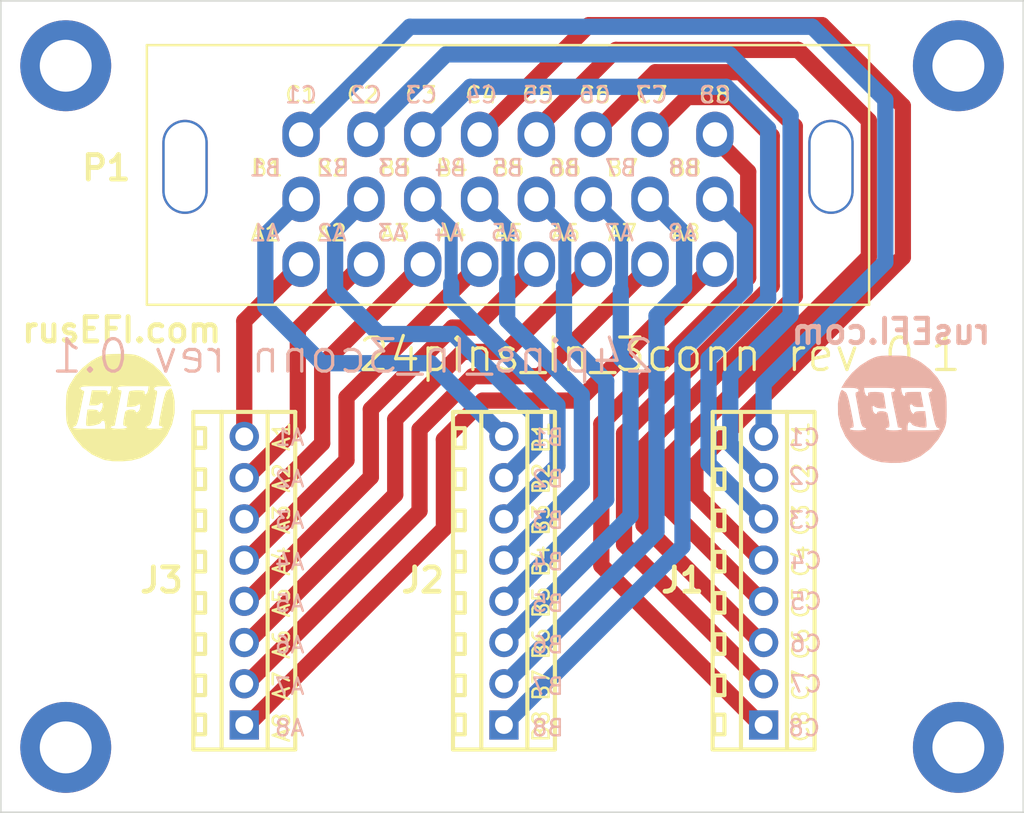
<source format=kicad_pcb>
(kicad_pcb (version 20211014) (generator pcbnew)
  (layers (0 "F.Cu" signal) (31 "B.Cu" signal) (34 "B.Paste" user) (35 "F.Paste" user) (36 "B.SilkS" user "B.Silkscreen") (37 "F.SilkS" user "F.Silkscreen") (38 "B.Mask" user) (39 "F.Mask" user) (44 "Edge.Cuts" user))
  (net 0 "")
  (net 1 "Net-(J2-Pad1)")
  (net 2 "Net-(J2-Pad2)")
  (net 3 "Net-(J2-Pad3)")
  (net 4 "Net-(J2-Pad4)")
  (net 5 "Net-(J1-Pad8)")
  (net 6 "Net-(J1-Pad7)")
  (net 7 "Net-(J1-Pad6)")
  (net 8 "Net-(J1-Pad5)")
  (net 9 "Net-(J1-Pad4)")
  (net 10 "Net-(J1-Pad3)")
  (net 11 "Net-(J1-Pad2)")
  (net 12 "Net-(J1-Pad1)")
  (net 13 "Net-(J2-Pad8)")
  (net 14 "Net-(J2-Pad7)")
  (net 15 "Net-(J2-Pad6)")
  (net 16 "Net-(J2-Pad5)")
  (net 17 "Net-(J3-Pad8)")
  (net 18 "Net-(J3-Pad7)")
  (net 19 "Net-(J3-Pad6)")
  (net 20 "Net-(J3-Pad5)")
  (net 21 "Net-(J3-Pad4)")
  (net 22 "Net-(J3-Pad3)")
  (net 23 "Net-(J3-Pad2)")
  (net 24 "Net-(J3-Pad1)")
  (footprint "MountingHole:MountingHole_3.2mm_M3_DIN965_Pad" (layer "F.Cu") (at 119 94 180)
    (fp_text reference "H4" hide)
    (fp_text value "MountingHole" hide)
    (pad "1" thru_hole circle locked (at 0 0 180) (size 5.6 5.6) (drill 3.2) (layers *.Cu *.Mask))
  )
  (footprint "rusefi_common:LOGO" (layer "F.Cu") (at 67.36 115.1)
    (fp_text reference "G?" hide)
    (fp_text value "LOGO" hide)
    (fp_text user "rusEFI.com" (at 0.09 -4.82) (layer "F.SilkS") (effects (font (size 1.5 1.5) (thickness 0.3))))
  )
  (footprint "Connectors:DB125-2.54-8P-GN-S" (layer "F.Cu") (at 107 125.73 90)
    (fp_text reference "J1" (at 0.03 -5 unlocked) (layer "F.SilkS") (effects (font (size 1.5 1.5) (thickness 0.3))))
    (fp_text value "DB125-2.54-8P-GN-S")
    (pad "1" thru_hole rect (at -8.89 0 90) (size 1.799996 1.799996) (drill 1.100023) (layers *.Cu *.Mask) (net 12 "Net-(J1-Pad1)"))
    (pad "2" thru_hole circle (at -6.35 0 90) (size 1.799996 1.799996) (drill 1.100023) (layers *.Cu *.Mask) (net 11 "Net-(J1-Pad2)"))
    (pad "3" thru_hole circle (at -3.81 0 90) (size 1.799996 1.799996) (drill 1.100023) (layers *.Cu *.Mask) (net 10 "Net-(J1-Pad3)"))
    (pad "4" thru_hole circle (at -1.27 0 90) (size 1.799996 1.799996) (drill 1.100023) (layers *.Cu *.Mask) (net 9 "Net-(J1-Pad4)"))
    (pad "5" thru_hole circle (at 1.27 0 90) (size 1.799996 1.799996) (drill 1.100023) (layers *.Cu *.Mask) (net 8 "Net-(J1-Pad5)"))
    (pad "6" thru_hole circle (at 3.81 0 90) (size 1.799996 1.799996) (drill 1.100023) (layers *.Cu *.Mask) (net 7 "Net-(J1-Pad6)"))
    (pad "7" thru_hole circle (at 6.35 0 90) (size 1.799996 1.799996) (drill 1.100023) (layers *.Cu *.Mask) (net 6 "Net-(J1-Pad7)"))
    (pad "8" thru_hole circle (at 8.89 0 90) (size 1.799996 1.799996) (drill 1.100023) (layers *.Cu *.Mask) (net 5 "Net-(J1-Pad8)"))
  )
  (footprint "alphax-2ch:33311-24AW-2" (layer "F.Cu") (at 78.5 106.231)
    (fp_text reference "P1" (at -12 -5.931 unlocked) (layer "F.SilkS") (effects (font (size 1.5 1.5) (thickness 0.3))))
    (fp_text value "33311-24AW-2" hide)
    (fp_text user "C4" (at 11.1 -10.431 unlocked) (layer "B.SilkS") (effects (justify mirror)))
    (fp_text user "B6" (at 16.2 -5.931 unlocked) (layer "B.SilkS") (effects (justify mirror)))
    (fp_text user "A2" (at 1.9 -1.931 unlocked) (layer "B.SilkS") (effects (justify mirror)))
    (fp_text user "A7" (at 19.6 -1.931 unlocked) (layer "B.SilkS") (effects (justify mirror)))
    (fp_text user "C2" (at 4 -10.431 unlocked) (layer "B.SilkS") (effects (justify mirror)))
    (fp_text user "A5" (at 12.6 -1.931 unlocked) (layer "B.SilkS") (effects (justify mirror)))
    (fp_text user "B5" (at 12.7 -5.931 unlocked) (layer "B.SilkS") (effects (justify mirror)))
    (fp_text user "B4" (at 9.2 -5.931 unlocked) (layer "B.SilkS") (effects (justify mirror)))
    (fp_text user "C5" (at 14.6 -10.431 unlocked) (layer "B.SilkS") (effects (justify mirror)))
    (fp_text user "A6" (at 16.1 -1.931 unlocked) (layer "B.SilkS") (effects (justify mirror)))
    (fp_text user "B8" (at 23.6 -5.931 unlocked) (layer "B.SilkS") (effects (justify mirror)))
    (fp_text user "C7" (at 21.6 -10.431 unlocked) (layer "B.SilkS") (effects (justify mirror)))
    (fp_text user "C1" (at 0 -10.431 unlocked) (layer "B.SilkS") (effects (justify mirror)))
    (fp_text user "B7" (at 19.7 -5.931 unlocked) (layer "B.SilkS") (effects (justify mirror)))
    (fp_text user "C8" (at 25.5 -10.431 unlocked) (layer "B.SilkS") (effects (justify mirror)))
    (fp_text user "A1" (at -2.2 -1.931 unlocked) (layer "B.SilkS") (effects (justify mirror)))
    (fp_text user "B3" (at 5.7 -5.931 unlocked) (layer "B.SilkS") (effects (justify mirror)))
    (fp_text user "A3" (at 5.6 -1.931 unlocked) (layer "B.SilkS") (effects (justify mirror)))
    (fp_text user "C3" (at 7.4 -10.431 unlocked) (layer "B.SilkS") (effects (justify mirror)))
    (fp_text user "B2" (at 2 -5.931 unlocked) (layer "B.SilkS") (effects (justify mirror)))
    (fp_text user "A8" (at 23.5 -1.931 unlocked) (layer "B.SilkS") (effects (justify mirror)))
    (fp_text user "A4" (at 9.1 -1.931 unlocked) (layer "B.SilkS") (effects (justify mirror)))
    (fp_text user "B1" (at -2.2 -5.931 unlocked) (layer "B.SilkS") (effects (justify mirror)))
    (fp_text user "C6" (at 18.1 -10.431 unlocked) (layer "B.SilkS") (effects (justify mirror)))
    (fp_text user "B5" (at 12.8 -5.931 unlocked) (layer "F.SilkS"))
    (fp_text user "A3" (at 5.8 -1.931 unlocked) (layer "F.SilkS"))
    (fp_text user "C2" (at 3.8 -10.431 unlocked) (layer "F.SilkS"))
    (fp_text user "B8" (at 23.7 -5.931 unlocked) (layer "F.SilkS"))
    (fp_text user "A8" (at 23.7 -1.931 unlocked) (layer "F.SilkS"))
    (fp_text user "A6" (at 16.3 -1.931 unlocked) (layer "F.SilkS"))
    (fp_text user "A5" (at 12.8 -1.931 unlocked) (layer "F.SilkS"))
    (fp_text user "A7" (at 19.8 -1.931 unlocked) (layer "F.SilkS"))
    (fp_text user "C5" (at 14.6 -10.431 unlocked) (layer "F.SilkS"))
    (fp_text user "C4" (at 11.1 -10.431 unlocked) (layer "F.SilkS"))
    (fp_text user "B1" (at -2.1 -5.931 unlocked) (layer "F.SilkS"))
    (fp_text user "A4" (at 9.3 -1.931 unlocked) (layer "F.SilkS"))
    (fp_text user "C3" (at 7.4 -10.431 unlocked) (layer "F.SilkS"))
    (fp_text user "A1" (at -2.2 -1.931 unlocked) (layer "F.SilkS"))
    (fp_text user "B2" (at 1.9 -5.931 unlocked) (layer "F.SilkS"))
    (fp_text user "A2" (at 1.9 -1.931 unlocked) (layer "F.SilkS"))
    (fp_text user "B6" (at 16.3 -5.931 unlocked) (layer "F.SilkS"))
    (fp_text user "C7" (at 21.6 -10.431 unlocked) (layer "F.SilkS"))
    (fp_text user "B3" (at 5.8 -5.931 unlocked) (layer "F.SilkS"))
    (fp_text user "C6" (at 18.1 -10.431 unlocked) (layer "F.SilkS"))
    (fp_text user "C8" (at 25.5 -10.431 unlocked) (layer "F.SilkS"))
    (fp_text user "C1" (at 0 -10.431 unlocked) (layer "F.SilkS"))
    (fp_text user "B7" (at 19.8 -5.931 unlocked) (layer "F.SilkS"))
    (fp_text user "B4" (at 9.3 -5.931 unlocked) (layer "F.SilkS"))
    (pad "" thru_hole oval locked (at 32.65 -6 270) (size 5.8 2.8) (drill oval 5.5 2.5) (layers *.Cu *.Mask))
    (pad "" thru_hole oval locked (at -7.15 -6 270) (size 5.8 2.8) (drill oval 5.5 2.5) (layers *.Cu *.Mask))
    (pad "1" thru_hole oval locked (at 0 0 270) (size 2.8 2.3) (drill 1.5) (layers *.Cu *.Mask) (net 17 "Net-(J3-Pad8)"))
    (pad "2" thru_hole oval locked (at 4 0 270) (size 2.8 2.3) (drill 1.5) (layers *.Cu *.Mask) (net 18 "Net-(J3-Pad7)"))
    (pad "3" thru_hole oval locked (at 7.5 0 270) (size 2.8 2.3) (drill 1.5) (layers *.Cu *.Mask) (net 19 "Net-(J3-Pad6)"))
    (pad "4" thru_hole oval locked (at 11 0 270) (size 2.8 2.3) (drill 1.5) (layers *.Cu *.Mask) (net 20 "Net-(J3-Pad5)"))
    (pad "5" thru_hole oval locked (at 14.5 0 270) (size 2.8 2.3) (drill 1.5) (layers *.Cu *.Mask) (net 21 "Net-(J3-Pad4)"))
    (pad "6" thru_hole oval locked (at 18 0 270) (size 2.8 2.3) (drill 1.5) (layers *.Cu *.Mask) (net 22 "Net-(J3-Pad3)"))
    (pad "7" thru_hole oval locked (at 21.5 0 270) (size 2.8 2.3) (drill 1.5) (layers *.Cu *.Mask) (net 23 "Net-(J3-Pad2)"))
    (pad "8" thru_hole oval locked (at 25.5 0 270) (size 2.8 2.3) (drill 1.5) (layers *.Cu *.Mask) (net 24 "Net-(J3-Pad1)"))
    (pad "9" thru_hole oval locked (at 0 -4 270) (size 2.8 2.3) (drill 1.5) (layers *.Cu *.Mask) (net 13 "Net-(J2-Pad8)"))
    (pad "10" thru_hole oval locked (at 4 -4 270) (size 2.8 2.3) (drill 1.5) (layers *.Cu *.Mask) (net 14 "Net-(J2-Pad7)"))
    (pad "11" thru_hole oval locked (at 7.5 -4 270) (size 2.8 2.3) (drill 1.5) (layers *.Cu *.Mask) (net 15 "Net-(J2-Pad6)"))
    (pad "12" thru_hole oval locked (at 11 -4 270) (size 2.8 2.3) (drill 1.5) (layers *.Cu *.Mask) (net 16 "Net-(J2-Pad5)"))
    (pad "13" thru_hole oval locked (at 14.5 -4 270) (size 2.8 2.3) (drill 1.5) (layers *.Cu *.Mask) (net 4 "Net-(J2-Pad4)"))
    (pad "14" thru_hole oval locked (at 18 -4 270) (size 2.8 2.3) (drill 1.5) (layers *.Cu *.Mask) (net 3 "Net-(J2-Pad3)"))
    (pad "15" thru_hole oval locked (at 21.5 -4 270) (size 2.8 2.3) (drill 1.5) (layers *.Cu *.Mask) (net 2 "Net-(J2-Pad2)"))
    (pad "16" thru_hole oval locked (at 25.5 -4 270) (size 2.8 2.3) (drill 1.5) (layers *.Cu *.Mask) (net 1 "Net-(J2-Pad1)"))
    (pad "17" thru_hole oval locked (at 0 -8 270) (size 2.8 2.3) (drill 1.5) (layers *.Cu *.Mask) (net 5 "Net-(J1-Pad8)"))
    (pad "18" thru_hole oval locked (at 4 -8 270) (size 2.8 2.3) (drill 1.5) (layers *.Cu *.Mask) (net 6 "Net-(J1-Pad7)"))
    (pad "19" thru_hole oval locked (at 7.5 -8 270) (size 2.8 2.3) (drill 1.5) (layers *.Cu *.Mask) (net 7 "Net-(J1-Pad6)"))
    (pad "20" thru_hole oval locked (at 11 -8 270) (size 2.8 2.3) (drill 1.5) (layers *.Cu *.Mask) (net 8 "Net-(J1-Pad5)"))
    (pad "21" thru_hole oval locked (at 14.5 -8 270) (size 2.8 2.3) (drill 1.5) (layers *.Cu *.Mask) (net 9 "Net-(J1-Pad4)"))
    (pad "22" thru_hole oval locked (at 18 -8 270) (size 2.8 2.3) (drill 1.5) (layers *.Cu *.Mask) (net 10 "Net-(J1-Pad3)"))
    (pad "23" thru_hole oval locked (at 21.5 -8 270) (size 2.8 2.3) (drill 1.5) (layers *.Cu *.Mask) (net 11 "Net-(J1-Pad2)"))
    (pad "24" thru_hole oval locked (at 25.5 -8 270) (size 2.8 2.3) (drill 1.5) (layers *.Cu *.Mask) (net 12 "Net-(J1-Pad1)"))
  )
  (footprint "Connectors:DB125-2.54-8P-GN-S" (layer "F.Cu") (at 91 125.73 90)
    (fp_text reference "J2" (at 0.03 -5 unlocked) (layer "F.SilkS") (effects (font (size 1.5 1.5) (thickness 0.3))))
    (fp_text value "DB125-2.54-8P-GN-S")
    (pad "1" thru_hole rect (at -8.89 0 90) (size 1.799996 1.799996) (drill 1.100023) (layers *.Cu *.Mask) (net 1 "Net-(J2-Pad1)"))
    (pad "2" thru_hole circle (at -6.35 0 90) (size 1.799996 1.799996) (drill 1.100023) (layers *.Cu *.Mask) (net 2 "Net-(J2-Pad2)"))
    (pad "3" thru_hole circle (at -3.81 0 90) (size 1.799996 1.799996) (drill 1.100023) (layers *.Cu *.Mask) (net 3 "Net-(J2-Pad3)"))
    (pad "4" thru_hole circle (at -1.27 0 90) (size 1.799996 1.799996) (drill 1.100023) (layers *.Cu *.Mask) (net 4 "Net-(J2-Pad4)"))
    (pad "5" thru_hole circle (at 1.27 0 90) (size 1.799996 1.799996) (drill 1.100023) (layers *.Cu *.Mask) (net 16 "Net-(J2-Pad5)"))
    (pad "6" thru_hole circle (at 3.81 0 90) (size 1.799996 1.799996) (drill 1.100023) (layers *.Cu *.Mask) (net 15 "Net-(J2-Pad6)"))
    (pad "7" thru_hole circle (at 6.35 0 90) (size 1.799996 1.799996) (drill 1.100023) (layers *.Cu *.Mask) (net 14 "Net-(J2-Pad7)"))
    (pad "8" thru_hole circle (at 8.89 0 90) (size 1.799996 1.799996) (drill 1.100023) (layers *.Cu *.Mask) (net 13 "Net-(J2-Pad8)"))
  )
  (footprint "MountingHole:MountingHole_3.2mm_M3_DIN965_Pad" (layer "F.Cu") (at 64 136 180)
    (fp_text reference "H1" hide)
    (fp_text value "MountingHole" hide)
    (pad "1" thru_hole circle locked (at 0 0 180) (size 5.6 5.6) (drill 3.2) (layers *.Cu *.Mask))
  )
  (footprint "Connectors:DB125-2.54-8P-GN-S" (layer "F.Cu") (at 75 125.73 90)
    (fp_text reference "J3" (at 0.03 -5.1 unlocked) (layer "F.SilkS") (effects (font (size 1.5 1.5) (thickness 0.3))))
    (fp_text value "DB125-2.54-8P-GN-S")
    (pad "1" thru_hole rect (at -8.89 0 90) (size 1.799996 1.799996) (drill 1.100023) (layers *.Cu *.Mask) (net 24 "Net-(J3-Pad1)"))
    (pad "2" thru_hole circle (at -6.35 0 90) (size 1.799996 1.799996) (drill 1.100023) (layers *.Cu *.Mask) (net 23 "Net-(J3-Pad2)"))
    (pad "3" thru_hole circle (at -3.81 0 90) (size 1.799996 1.799996) (drill 1.100023) (layers *.Cu *.Mask) (net 22 "Net-(J3-Pad3)"))
    (pad "4" thru_hole circle (at -1.27 0 90) (size 1.799996 1.799996) (drill 1.100023) (layers *.Cu *.Mask) (net 21 "Net-(J3-Pad4)"))
    (pad "5" thru_hole circle (at 1.27 0 90) (size 1.799996 1.799996) (drill 1.100023) (layers *.Cu *.Mask) (net 20 "Net-(J3-Pad5)"))
    (pad "6" thru_hole circle (at 3.81 0 90) (size 1.799996 1.799996) (drill 1.100023) (layers *.Cu *.Mask) (net 19 "Net-(J3-Pad6)"))
    (pad "7" thru_hole circle (at 6.35 0 90) (size 1.799996 1.799996) (drill 1.100023) (layers *.Cu *.Mask) (net 18 "Net-(J3-Pad7)"))
    (pad "8" thru_hole circle (at 8.89 0 90) (size 1.799996 1.799996) (drill 1.100023) (layers *.Cu *.Mask) (net 17 "Net-(J3-Pad8)"))
  )
  (footprint "MountingHole:MountingHole_3.2mm_M3_DIN965_Pad" (layer "F.Cu") (at 64 94 180)
    (fp_text reference "H3" hide)
    (fp_text value "MountingHole" hide)
    (pad "1" thru_hole circle locked (at 0 0 180) (size 5.6 5.6) (drill 3.2) (layers *.Cu *.Mask))
  )
  (footprint "MountingHole:MountingHole_3.2mm_M3_DIN965_Pad" (layer "F.Cu") (at 119 136 180)
    (fp_text reference "H2" hide)
    (fp_text value "MountingHole" hide)
    (pad "1" thru_hole circle locked (at 0 0 180) (size 5.6 5.6) (drill 3.2) (layers *.Cu *.Mask))
  )
  (footprint "rusefi_common:LOGO" (layer "B.Cu") (at 114.934286 115.2 180)
    (fp_text reference "G?" hide)
    (fp_text value "LOGO" hide)
    (fp_text user "rusEFI.com" (at 0.09 4.82) (layer "B.SilkS") (effects (font (size 1.5 1.5) (thickness 0.3)) (justify mirror)))
  )
  (gr_line (start 60 90) (end 60 140) (layer "Edge.Cuts") (width 0.1))
  (gr_line (start 123 90) (end 60 90) (layer "Edge.Cuts") (width 0.1))
  (gr_line (start 60 140) (end 123 140) (layer "Edge.Cuts") (width 0.1))
  (gr_line (start 123 140) (end 123 90) (layer "Edge.Cuts") (width 0.1))
  (gr_text "B4" (at 93.7 124.571426) (layer "B.SilkS") (effects (font (size 1 1)) (justify mirror)))
  (gr_text "C3" (at 109.5 122) (layer "B.SilkS") (effects (font (size 1 1)) (justify mirror)))
  (gr_text "B2" (at 93.7 119.457142) (layer "B.SilkS") (effects (font (size 1 1)) (justify mirror)))
  (gr_text "C4" (at 109.6 124.5) (layer "B.SilkS") (effects (font (size 1 1)) (justify mirror)))
  (gr_text "24pins_In_3conn rev 0.1" (at 81.684286 111.9) (layer "B.SilkS") (effects (font (size 2 2) (thickness 0.2)) (justify mirror)))
  (gr_text "A2" (at 77.8 119.457142) (layer "B.SilkS") (effects (font (size 1 1)) (justify mirror)))
  (gr_text "A6" (at 77.8 129.68571) (layer "B.SilkS") (effects (font (size 1 1)) (justify mirror)))
  (gr_text "A7" (at 77.8 132.242852) (layer "B.SilkS") (effects (font (size 1 1)) (justify mirror)))
  (gr_text "C8" (at 109.5 134.8) (layer "B.SilkS") (effects (font (size 1 1)) (justify mirror)))
  (gr_text "C6" (at 109.6 129.6) (layer "B.SilkS") (effects (font (size 1 1)) (justify mirror)))
  (gr_text "C7" (at 109.6 132.1) (layer "B.SilkS") (effects (font (size 1 1)) (justify mirror)))
  (gr_text "A1" (at 77.8 116.9) (layer "B.SilkS") (effects (font (size 1 1)) (justify mirror)))
  (gr_text "A5" (at 77.8 127.128568) (layer "B.SilkS") (effects (font (size 1 1)) (justify mirror)))
  (gr_text "A3" (at 77.8 122.014284) (layer "B.SilkS") (effects (font (size 1 1)) (justify mirror)))
  (gr_text "B7" (at 93.7 132.242852) (layer "B.SilkS") (effects (font (size 1 1)) (justify mirror)))
  (gr_text "C2" (at 109.5 119.3) (layer "B.SilkS") (effects (font (size 1 1)) (justify mirror)))
  (gr_text "B3" (at 93.7 122.014284) (layer "B.SilkS") (effects (font (size 1 1)) (justify mirror)))
  (gr_text "B1" (at 93.7 116.9) (layer "B.SilkS") (effects (font (size 1 1)) (justify mirror)))
  (gr_text "A8" (at 77.8 134.8) (layer "B.SilkS") (effects (font (size 1 1)) (justify mirror)))
  (gr_text "B5" (at 93.7 127.128568) (layer "B.SilkS") (effects (font (size 1 1)) (justify mirror)))
  (gr_text "A4" (at 77.8 124.571426) (layer "B.SilkS") (effects (font (size 1 1)) (justify mirror)))
  (gr_text "C5" (at 109.6 127) (layer "B.SilkS") (effects (font (size 1 1)) (justify mirror)))
  (gr_text "B6" (at 93.7 129.68571) (layer "B.SilkS") (effects (font (size 1 1)) (justify mirror)))
  (gr_text "C1" (at 109.5 116.9) (layer "B.SilkS") (effects (font (size 1 1)) (justify mirror)))
  (gr_text "B8" (at 93.7 134.8) (layer "B.SilkS") (effects (font (size 1 1)) (justify mirror)))
  (gr_text "C2" (at 109.3 119.442857 90) (layer "F.SilkS") (effects (font (size 1 1))))
  (gr_text "B4" (at 93.3 124.528571 90) (layer "F.SilkS") (effects (font (size 1 1))))
  (gr_text "A7" (at 77.3 132.208161 90) (layer "F.SilkS") (effects (font (size 1 1))))
  (gr_text "C4" (at 109.3 124.528571 90) (layer "F.SilkS") (effects (font (size 1 1))))
  (gr_text "24pins_In_3conn rev 0.1" (at 100.61 111.8) (layer "F.SilkS") (effects (font (size 2 2) (thickness 0.2))))
  (gr_text "A3" (at 77.3 121.955101 90) (layer "F.SilkS") (effects (font (size 1 1))))
  (gr_text "A1" (at 77.3 116.828571 90) (layer "F.SilkS") (effects (font (size 1 1))))
  (gr_text "B3" (at 93.3 121.985714 90) (layer "F.SilkS") (effects (font (size 1 1))))
  (gr_text "A5" (at 77.3 127.081631 90) (layer "F.SilkS") (effects (font (size 1 1))))
  (gr_text "B7" (at 93.3 132.157142 90) (layer "F.SilkS") (effects (font (size 1 1))))
  (gr_text "A4" (at 77.3 124.518366 90) (layer "F.SilkS") (effects (font (size 1 1))))
  (gr_text "C7" (at 109.3 132.157142 90) (layer "F.SilkS") (effects (font (size 1 1))))
  (gr_text "B8" (at 93.3 134.7 90) (layer "F.SilkS") (effects (font (size 1 1))))
  (gr_text "C5" (at 109.3 127.071428 90) (layer "F.SilkS") (effects (font (size 1 1))))
  (gr_text "C8" (at 109.3 134.7 90) (layer "F.SilkS") (effects (font (size 1 1))))
  (gr_text "A8" (at 77.3 134.771428 90) (layer "F.SilkS") (effects (font (size 1 1))))
  (gr_text "C6" (at 109.3 129.614285 90) (layer "F.SilkS") (effects (font (size 1 1))))
  (gr_text "B5" (at 93.3 127.071428 90) (layer "F.SilkS") (effects (font (size 1 1))))
  (gr_text "A2" (at 77.3 119.391836 90) (layer "F.SilkS") (effects (font (size 1 1))))
  (gr_text "B2" (at 93.3 119.442857 90) (layer "F.SilkS") (effects (font (size 1 1))))
  (gr_text "B1" (at 93.3 116.9 90) (layer "F.SilkS") (effects (font (size 1 1))))
  (gr_text "C1" (at 109.3 116.9 90) (layer "F.SilkS") (effects (font (size 1 1))))
  (gr_text "C3" (at 109.3 121.985714 90) (layer "F.SilkS") (effects (font (size 1 1))))
  (gr_text "B6" (at 93.3 129.614285 90) (layer "F.SilkS") (effects (font (size 1 1))))
  (gr_text "A6" (at 77.3 129.644896 90) (layer "F.SilkS") (effects (font (size 1 1))))
  (segment (start 105.85 104.081) (end 105.85 107.75) (width 1) (layer "B.Cu") (net 1))
  (segment (start 105.85 107.75) (end 102 111.6) (width 1) (layer "B.Cu") (net 1))
  (segment (start 102 111.6) (end 102 123.62) (width 1) (layer "B.Cu") (net 1))
  (segment (start 104 102.231) (end 105.85 104.081) (width 1) (layer "B.Cu") (net 1))
  (segment (start 102 123.62) (end 91 134.62) (width 1) (layer "B.Cu") (net 1))
  (segment (start 91 132.08) (end 91.05 132.08) (width 1) (layer "B.Cu") (net 2))
  (segment (start 100.001 102.231) (end 100 102.231) (width 1) (layer "B.Cu") (net 2))
  (segment (start 102.1 107.7) (end 102.1 104.33) (width 1) (layer "B.Cu") (net 2))
  (segment (start 91.05 132.08) (end 100.4 122.73) (width 1) (layer "B.Cu") (net 2))
  (segment (start 100.4 122.73) (end 100.4 109.4) (width 1) (layer "B.Cu") (net 2))
  (segment (start 102.1 104.33) (end 100.001 102.231) (width 1) (layer "B.Cu") (net 2))
  (segment (start 100.4 109.4) (end 102.1 107.7) (width 1) (layer "B.Cu") (net 2))
  (segment (start 98.8 121.73) (end 98.8 112.63) (width 1) (layer "B.Cu") (net 3))
  (segment (start 98.2 112.03) (end 98.2 107.83) (width 1) (layer "B.Cu") (net 3))
  (segment (start 91 129.53) (end 98.8 121.73) (width 1) (layer "B.Cu") (net 3))
  (segment (start 91 129.54) (end 91 129.53) (width 1) (layer "B.Cu") (net 3))
  (segment (start 98.25 103.981) (end 96.5 102.231) (width 0.8) (layer "B.Cu") (net 3))
  (segment (start 98.8 112.63) (end 98.2 112.03) (width 1) (layer "B.Cu") (net 3))
  (segment (start 98.25 107.88) (end 98.25 103.981) (width 0.8) (layer "B.Cu") (net 3))
  (segment (start 94.75 103.981) (end 93 102.231) (width 0.8) (layer "B.Cu") (net 4))
  (segment (start 94.75 107.347295) (end 94.75 103.981) (width 0.8) (layer "B.Cu") (net 4))
  (segment (start 91.03 127) (end 97.3 120.73) (width 1) (layer "B.Cu") (net 4))
  (segment (start 94.7 110.827056) (end 94.7 107.529999) (width 1) (layer "B.Cu") (net 4))
  (segment (start 97.3 120.73) (end 97.3 113.427056) (width 1) (layer "B.Cu") (net 4))
  (segment (start 91 127) (end 91.03 127) (width 1) (layer "B.Cu") (net 4))
  (segment (start 97.3 113.427056) (end 94.7 110.827056) (width 1) (layer "B.Cu") (net 4))
  (segment (start 107 113.6) (end 107 116.84) (width 1) (layer "B.Cu") (net 5))
  (segment (start 85.2 91.6) (end 110 91.6) (width 1) (layer "B.Cu") (net 5))
  (segment (start 114.5 96.1) (end 114.5 106.1) (width 1) (layer "B.Cu") (net 5))
  (segment (start 114.5 106.1) (end 107 113.6) (width 1) (layer "B.Cu") (net 5))
  (segment (start 78.569 98.231) (end 85.2 91.6) (width 1) (layer "B.Cu") (net 5))
  (segment (start 78.5 98.231) (end 78.569 98.231) (width 1) (layer "B.Cu") (net 5))
  (segment (start 110 91.6) (end 114.5 96.1) (width 1) (layer "B.Cu") (net 5))
  (segment (start 108.663025 97.063025) (end 108.663025 109.362631) (width 1) (layer "B.Cu") (net 6))
  (segment (start 104.945325 113.080331) (end 104.945325 117.325325) (width 1) (layer "B.Cu") (net 6))
  (segment (start 108.663025 109.362631) (end 104.945325 113.080331) (width 1) (layer "B.Cu") (net 6))
  (segment (start 104.9 93.3) (end 108.663025 97.063025) (width 1) (layer "B.Cu") (net 6))
  (segment (start 87.431 93.3) (end 104.9 93.3) (width 1) (layer "B.Cu") (net 6))
  (segment (start 82.5 98.231) (end 87.431 93.3) (width 1) (layer "B.Cu") (net 6))
  (segment (start 104.945325 117.325325) (end 107 119.38) (width 1) (layer "B.Cu") (net 6))
  (segment (start 103.60596 118.52596) (end 107 121.92) (width 1) (layer "B.Cu") (net 7))
  (segment (start 103.60596 112.053887) (end 103.60596 118.52596) (width 1) (layer "B.Cu") (net 7))
  (segment (start 104.7 95.3) (end 107.277337 97.877337) (width 1) (layer "B.Cu") (net 7))
  (segment (start 86 98.231) (end 88.931 95.3) (width 1) (layer "B.Cu") (net 7))
  (segment (start 107.277337 108.38251) (end 103.60596 112.053887) (width 1) (layer "B.Cu") (net 7))
  (segment (start 107.277337 97.877337) (end 107.277337 108.38251) (width 1) (layer "B.Cu") (net 7))
  (segment (start 88.931 95.3) (end 104.7 95.3) (width 1) (layer "B.Cu") (net 7))
  (segment (start 115.579333 105.800211) (end 102.8 118.579544) (width 1) (layer "F.Cu") (net 8))
  (segment (start 89.5 98.231) (end 96.231 91.5) (width 1) (layer "F.Cu") (net 8))
  (segment (start 106.86 124.46) (end 107 124.46) (width 1) (layer "F.Cu") (net 8))
  (segment (start 110.6 91.5) (end 115.579333 96.479333) (width 1) (layer "F.Cu") (net 8))
  (segment (start 96.231 91.5) (end 110.6 91.5) (width 1) (layer "F.Cu") (net 8))
  (segment (start 102.8 118.579544) (end 102.8 120.4) (width 1) (layer "F.Cu") (net 8))
  (segment (start 102.8 120.4) (end 106.86 124.46) (width 1) (layer "F.Cu") (net 8))
  (segment (start 115.579333 96.479333) (end 115.579333 105.800211) (width 1) (layer "F.Cu") (net 8))
  (segment (start 106.9 127) (end 101.2 121.3) (width 1) (layer "F.Cu") (net 9))
  (segment (start 101.2 118.050316) (end 113.483902 105.766414) (width 1) (layer "F.Cu") (net 9))
  (segment (start 107 127) (end 106.9 127) (width 1) (layer "F.Cu") (net 9))
  (segment (start 97.905159 93.024841) (end 93 97.93) (width 1) (layer "F.Cu") (net 9))
  (segment (start 101.2 121.3) (end 101.2 118.050316) (width 1) (layer "F.Cu") (net 9))
  (segment (start 113.483902 105.766414) (end 113.483902 97.384689) (width 1) (layer "F.Cu") (net 9))
  (segment (start 93 97.93) (end 93 98.231) (width 1) (layer "F.Cu") (net 9))
  (segment (start 113.483902 97.384689) (end 109.124054 93.024841) (width 1) (layer "F.Cu") (net 9))
  (segment (start 109.124054 93.024841) (end 97.905159 93.024841) (width 1) (layer "F.Cu") (net 9))
  (segment (start 99.6 117.521087) (end 99.6 122.3) (width 1) (layer "F.Cu") (net 10))
  (segment (start 96.5 98.231) (end 100.331 94.4) (width 1) (layer "F.Cu") (net 10))
  (segment (start 108.92127 97.732422) (end 108.92127 108.199817) (width 1) (layer "F.Cu") (net 10))
  (segment (start 105.588848 94.4) (end 108.92127 97.732422) (width 1) (layer "F.Cu") (net 10))
  (segment (start 106.84 129.54) (end 107 129.54) (width 1) (layer "F.Cu") (net 10))
  (segment (start 99.6 122.3) (end 106.84 129.54) (width 1) (layer "F.Cu") (net 10))
  (segment (start 100.331 94.4) (end 105.588848 94.4) (width 1) (layer "F.Cu") (net 10))
  (segment (start 108.92127 108.199817) (end 99.6 117.521087) (width 1) (layer "F.Cu") (net 10))
  (segment (start 107.5 107.559453) (end 98.4 116.659453) (width 1) (layer "F.Cu") (net 11))
  (segment (start 107.5 98.33) (end 107.5 107.559453) (width 1) (layer "F.Cu") (net 11))
  (segment (start 100 98.231) (end 102.301 95.93) (width 1) (layer "F.Cu") (net 11))
  (segment (start 105.1 95.93) (end 107.5 98.33) (width 1) (layer "F.Cu") (net 11))
  (segment (start 98.4 123.5) (end 106.98 132.08) (width 1) (layer "F.Cu") (net 11))
  (segment (start 102.301 95.93) (end 105.1 95.93) (width 1) (layer "F.Cu") (net 11))
  (segment (start 106.98 132.08) (end 107 132.08) (width 1) (layer "F.Cu") (net 11))
  (segment (start 98.4 116.659453) (end 98.4 123.5) (width 1) (layer "F.Cu") (net 11))
  (segment (start 97 116.065414) (end 97 124.8) (width 1) (layer "F.Cu") (net 12))
  (segment (start 104 98.481) (end 106.048502 100.529502) (width 1) (layer "F.Cu") (net 12))
  (segment (start 97 124.8) (end 106.82 134.62) (width 1) (layer "F.Cu") (net 12))
  (segment (start 104.766295 108.331) (end 104.734414 108.331) (width 1) (layer "F.Cu") (net 12))
  (segment (start 104.734414 108.331) (end 97 116.065414) (width 1) (layer "F.Cu") (net 12))
  (segment (start 106.048502 100.529502) (end 106.048502 107.048793) (width 1) (layer "F.Cu") (net 12))
  (segment (start 104 98.231) (end 104 98.481) (width 1) (layer "F.Cu") (net 12))
  (segment (start 106.048502 107.048793) (end 104.766295 108.331) (width 1) (layer "F.Cu") (net 12))
  (segment (start 106.82 134.62) (end 107 134.62) (width 1) (layer "F.Cu") (net 12))
  (segment (start 79.8 112.33) (end 86.49 112.33) (width 1) (layer "B.Cu") (net 13))
  (segment (start 86.49 112.33) (end 91 116.84) (width 1) (layer "B.Cu") (net 13))
  (segment (start 78.499 102.231) (end 76.3 104.43) (width 1) (layer "B.Cu") (net 13))
  (segment (start 78.5 102.231) (end 78.499 102.231) (width 1) (layer "B.Cu") (net 13))
  (segment (start 76.3 104.43) (end 76.3 108.83) (width 1) (layer "B.Cu") (net 13))
  (segment (start 76.3 108.83) (end 79.8 112.33) (width 1) (layer "B.Cu") (net 13))
  (segment (start 80.6 107.83) (end 80.6 104.131) (width 1) (layer "B.Cu") (net 14))
  (segment (start 83.3 110.53) (end 80.6 107.83) (width 1) (layer "B.Cu") (net 14))
  (segment (start 87.9 110.53) (end 83.3 110.53) (width 1) (layer "B.Cu") (net 14))
  (segment (start 92.9 115.53) (end 87.9 110.53) (width 1) (layer "B.Cu") (net 14))
  (segment (start 91 119.38) (end 91.05 119.38) (width 1) (layer "B.Cu") (net 14))
  (segment (start 80.6 104.131) (end 82.5 102.231) (width 1) (layer "B.Cu") (net 14))
  (segment (start 92.9 117.53) (end 92.9 115.53) (width 1) (layer "B.Cu") (net 14))
  (segment (start 91.05 119.38) (end 92.9 117.53) (width 1) (layer "B.Cu") (net 14))
  (segment (start 87.75 107.347295) (end 87.75 103.981) (width 0.8) (layer "B.Cu") (net 15))
  (segment (start 91 121.92) (end 91.01 121.92) (width 1) (layer "B.Cu") (net 15))
  (segment (start 87.75 103.981) (end 86 102.231) (width 0.8) (layer "B.Cu") (net 15))
  (segment (start 91.01 121.92) (end 94.3 118.63) (width 1) (layer "B.Cu") (net 15))
  (segment (start 87.75 108.38) (end 87.75 107.43) (width 1) (layer "B.Cu") (net 15))
  (segment (start 94.3 118.63) (end 94.3 114.93) (width 1) (layer "B.Cu") (net 15))
  (segment (start 94.3 114.93) (end 87.75 108.38) (width 1) (layer "B.Cu") (net 15))
  (segment (start 91.2 107.33) (end 91.2 109.68) (width 1) (layer "B.Cu") (net 16))
  (segment (start 91.2 109.68) (end 95.8 114.28) (width 1) (layer "B.Cu") (net 16))
  (segment (start 91.07 124.46) (end 91 124.46) (width 1) (layer "B.Cu") (net 16))
  (segment (start 95.8 119.73) (end 91.07 124.46) (width 1) (layer "B.Cu") (net 16))
  (segment (start 95.8 114.28) (end 95.8 119.73) (width 1) (layer "B.Cu") (net 16))
  (segment (start 91.25 103.981) (end 89.5 102.231) (width 0.8) (layer "B.Cu") (net 16))
  (segment (start 91.25 107.18) (end 91.25 103.981) (width 0.8) (layer "B.Cu") (net 16))
  (segment (start 78.5 106.231) (end 78.499 106.231) (width 1) (layer "F.Cu") (net 17))
  (segment (start 78.499 106.231) (end 75 109.73) (width 1) (layer "F.Cu") (net 17))
  (segment (start 75 109.73) (end 75 116.84) (width 1) (layer "F.Cu") (net 17))
  (segment (start 75.147003 119.38) (end 75 119.38) (width 1) (layer "F.Cu") (net 18))
  (segment (start 78.3 116.227003) (end 75.147003 119.38) (width 1) (layer "F.Cu") (net 18))
  (segment (start 78.3 110.220559) (end 78.3 116.227003) (width 1) (layer "F.Cu") (net 18))
  (segment (start 82.289559 106.231) (end 78.3 110.220559) (width 1) (layer "F.Cu") (net 18))
  (segment (start 79.8 112.431) (end 79.8 117.267003) (width 1) (layer "F.Cu") (net 19))
  (segment (start 86 106.231) (end 79.8 112.431) (width 1) (layer "F.Cu") (net 19))
  (segment (start 79.8 117.267003) (end 75.147003 121.92) (width 1) (layer "F.Cu") (net 19))
  (segment (start 75.147003 121.92) (end 75 121.92) (width 1) (layer "F.Cu") (net 19))
  (segment (start 81.3 114.43) (end 81.3 118.307002) (width 1) (layer "F.Cu") (net 20))
  (segment (start 75.147002 124.46) (end 75 124.46) (width 1) (layer "F.Cu") (net 20))
  (segment (start 81.3 118.307002) (end 75.147002 124.46) (width 1) (layer "F.Cu") (net 20))
  (segment (start 89.499 106.231) (end 81.3 114.43) (width 1) (layer "F.Cu") (net 20))
  (segment (start 75.147003 127) (end 75 127) (width 1) (layer "F.Cu") (net 21))
  (segment (start 82.8 115.16604) (end 82.8 119.347003) (width 1) (layer "F.Cu") (net 21))
  (segment (start 82.8 119.347003) (end 75.147003 127) (width 1) (layer "F.Cu") (net 21))
  (segment (start 93 106.33) (end 89.199 110.131) (width 1) (layer "F.Cu") (net 21))
  (segment (start 89.199 110.131) (end 87.83504 110.131) (width 1) (layer "F.Cu") (net 21))
  (segment (start 87.83504 110.131) (end 82.8 115.16604) (width 1) (layer "F.Cu") (net 21))
  (segment (start 75 129.54) (end 75.19 129.54) (width 1) (layer "F.Cu") (net 22))
  (segment (start 75.19 129.54) (end 84.3 120.43) (width 1) (layer "F.Cu") (net 22))
  (segment (start 84.3 120.43) (end 84.3 115.78736) (width 1) (layer "F.Cu") (net 22))
  (segment (start 84.3 115.78736) (end 88.45636 111.631) (width 1) (layer "F.Cu") (net 22))
  (segment (start 88.45636 111.631) (end 91.099 111.631) (width 1) (layer "F.Cu") (net 22))
  (segment (start 91.099 111.631) (end 96.499 106.231) (width 1) (layer "F.Cu") (net 22))
  (segment (start 75.15 132.08) (end 75 132.08) (width 1) (layer "F.Cu") (net 23))
  (segment (start 89.07768 113.131) (end 85.8 116.40868) (width 1) (layer "F.Cu") (net 23))
  (segment (start 100 106.33) (end 93.199 113.131) (width 1) (layer "F.Cu") (net 23))
  (segment (start 93.199 113.131) (end 89.07768 113.131) (width 1) (layer "F.Cu") (net 23))
  (segment (start 85.8 116.40868) (end 85.8 121.43) (width 1) (layer "F.Cu") (net 23))
  (segment (start 85.8 121.43) (end 75.15 132.08) (width 1) (layer "F.Cu") (net 23))
  (segment (start 100 106.231) (end 100 106.33) (width 1) (layer "F.Cu") (net 23))
  (segment (start 103.999 106.231) (end 95.599 114.631) (width 1) (layer "F.Cu") (net 24))
  (segment (start 95.599 114.631) (end 89.699 114.631) (width 1) (layer "F.Cu") (net 24))
  (segment (start 75.21 134.62) (end 75 134.62) (width 1) (layer "F.Cu") (net 24))
  (segment (start 87.3 117.03) (end 87.3 122.53) (width 1) (layer "F.Cu") (net 24))
  (segment (start 104 106.231) (end 103.999 106.231) (width 1) (layer "F.Cu") (net 24))
  (segment (start 87.3 122.53) (end 75.21 134.62) (width 1) (layer "F.Cu") (net 24))
  (segment (start 89.699 114.631) (end 87.3 117.03) (width 1) (layer "F.Cu") (net 24))
)
</source>
